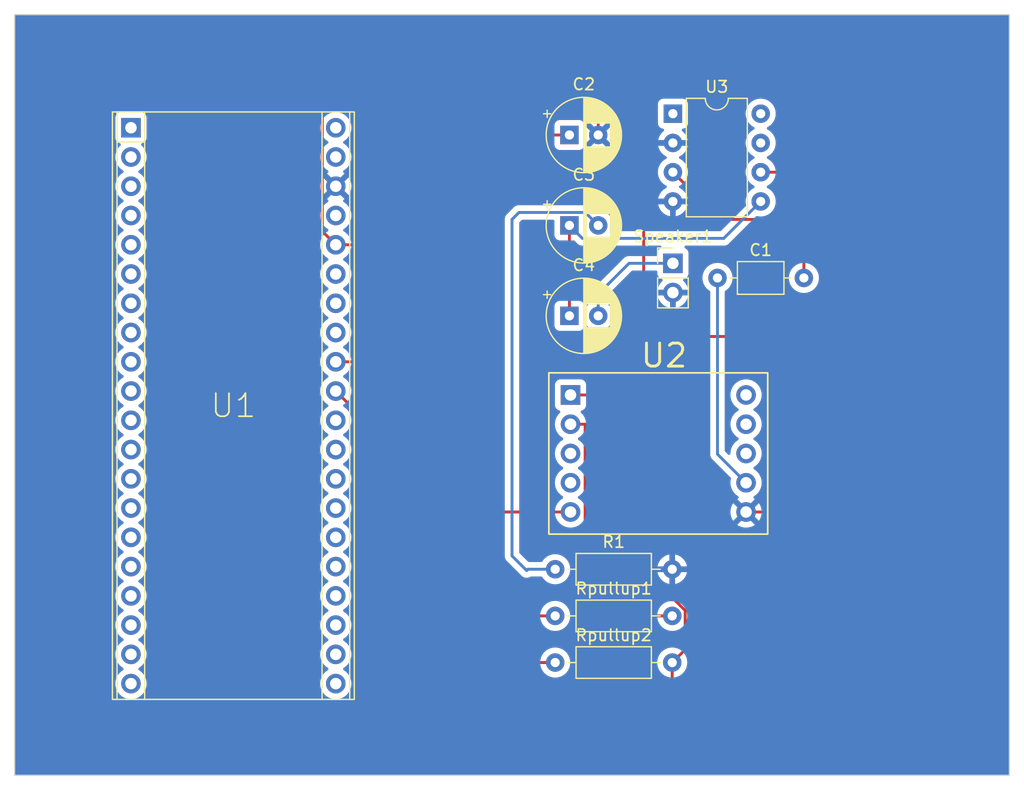
<source format=kicad_pcb>
(kicad_pcb (version 20221018) (generator pcbnew)
  (title_block (title "ECE 299 - Lab 4") (date "2023-06-21"))
  (layers (0 "F.Cu" signal) (31 "B.Cu" signal) (34 "B.Paste" user) (35 "F.Paste" user) (36 "B.SilkS" user "B.Silkscreen") (37 "F.SilkS" user "F.Silkscreen") (38 "B.Mask" user) (39 "F.Mask" user) (44 "Edge.Cuts" user))
  (net 0 "")
  (net 1 "Net-(U2-ROUT)")
  (net 2 "Net-(U3-+)")
  (net 3 "+3.3V")
  (net 4 "GND")
  (net 5 "Net-(C3-Pad1)")
  (net 6 "Net-(C3-Pad2)")
  (net 7 "Net-(C4-Pad2)")
  (net 8 "Net-(U1-GP27{slash}ADC1)")
  (net 9 "Net-(U1-GP26{slash}ADC0)")
  (footprint "Capacitor_THT:CP_Radial_D6.3mm_P2.50mm" (layer "F.Cu") (at 165.005241 94.27)
    (fp_text reference "C2" (at 1.25 -4.4) (layer "F.SilkS"))
    (fp_text value "10uF")
    (pad "1" thru_hole rect (at 0 0) (size 1.6 1.6) (drill 0.8) (layers "*.Cu" "*.Mask") (net 3 "+3.3V"))
    (pad "2" thru_hole circle (at 2.5 0) (size 1.6 1.6) (drill 0.8) (layers "*.Cu" "*.Mask") (net 4 "GND"))
  )
  (footprint "Resistor_THT:R_Axial_DIN0207_L6.3mm_D2.5mm_P10.16mm_Horizontal" (layer "F.Cu") (at 163.77 140.07)
    (fp_text reference "Rpullup2" (at 5.08 -2.37) (layer "F.SilkS"))
    (fp_text value "2k")
    (pad "1" thru_hole circle (at 0 0) (size 1.6 1.6) (drill 0.8) (layers "*.Cu" "*.Mask") (net 3 "+3.3V"))
    (pad "2" thru_hole oval (at 10.16 0) (size 1.6 1.6) (drill 0.8) (layers "*.Cu" "*.Mask") (net 9 "Net-(U1-GP26{slash}ADC0)"))
  )
  (footprint "Resistor_THT:R_Axial_DIN0207_L6.3mm_D2.5mm_P10.16mm_Horizontal" (layer "F.Cu") (at 163.77 136.02)
    (fp_text reference "Rpullup1" (at 5.08 -2.37) (layer "F.SilkS"))
    (fp_text value "2k")
    (pad "1" thru_hole circle (at 0 0) (size 1.6 1.6) (drill 0.8) (layers "*.Cu" "*.Mask") (net 3 "+3.3V"))
    (pad "2" thru_hole oval (at 10.16 0) (size 1.6 1.6) (drill 0.8) (layers "*.Cu" "*.Mask") (net 8 "Net-(U1-GP27{slash}ADC1)"))
  )
  (footprint "Capacitor_THT:CP_Radial_D6.3mm_P2.50mm" (layer "F.Cu") (at 165.005241 102.12)
    (fp_text reference "C3" (at 1.25 -4.4) (layer "F.SilkS"))
    (fp_text value "10uF")
    (pad "1" thru_hole rect (at 0 0) (size 1.6 1.6) (drill 0.8) (layers "*.Cu" "*.Mask") (net 5 "Net-(C3-Pad1)"))
    (pad "2" thru_hole circle (at 2.5 0) (size 1.6 1.6) (drill 0.8) (layers "*.Cu" "*.Mask") (net 6 "Net-(C3-Pad2)"))
  )
  (footprint "ECE:RDA5807M_Module_TH" (layer "F.Cu") (at 172.72 121.92)
    (fp_text reference "U2" (at 0.5 -8.5 unlocked) (layer "F.SilkS") (effects (font (size 2 2) (thickness 0.25))))
    (fp_text value "RDA5807M_Module")
    (pad "1" thru_hole rect (at -7.62 -5.08 180) (size 1.7 1.7) (drill 1) (layers "*.Cu" "*.Mask") (net 9 "Net-(U1-GP26{slash}ADC0)"))
    (pad "2" thru_hole circle (at -7.62 -2.54 180) (size 1.7 1.7) (drill 1) (layers "*.Cu" "*.Mask") (net 8 "Net-(U1-GP27{slash}ADC1)"))
    (pad "3" thru_hole circle (at -7.62 0 180) (size 1.7 1.7) (drill 1) (layers "*.Cu" "*.Mask"))
    (pad "4" thru_hole circle (at -7.62 2.54 180) (size 1.7 1.7) (drill 1) (layers "*.Cu" "*.Mask"))
    (pad "5" thru_hole circle (at -7.62 5.08 180) (size 1.7 1.7) (drill 1) (layers "*.Cu" "*.Mask") (net 3 "+3.3V"))
    (pad "6" thru_hole circle (at 7.62 5.08 180) (size 1.7 1.7) (drill 1) (layers "*.Cu" "*.Mask") (net 4 "GND"))
    (pad "7" thru_hole circle (at 7.62 2.54 180) (size 1.7 1.7) (drill 1) (layers "*.Cu" "*.Mask") (net 1 "Net-(U2-ROUT)"))
    (pad "8" thru_hole circle (at 7.62 0 180) (size 1.7 1.7) (drill 1) (layers "*.Cu" "*.Mask"))
    (pad "9" thru_hole circle (at 7.62 -2.54 180) (size 1.7 1.7) (drill 1) (layers "*.Cu" "*.Mask"))
    (pad "10" thru_hole circle (at 7.62 -5.08 180) (size 1.7 1.7) (drill 1) (layers "*.Cu" "*.Mask"))
  )
  (footprint "Package_DIP:DIP-8_W7.62mm" (layer "F.Cu") (at 173.99 92.42)
    (fp_text reference "U3" (at 3.81 -2.33) (layer "F.SilkS"))
    (fp_text value "LM386")
    (pad "1" thru_hole rect (at 0 0) (size 1.6 1.6) (drill 0.8) (layers "*.Cu" "*.Mask"))
    (pad "2" thru_hole oval (at 0 2.54) (size 1.6 1.6) (drill 0.8) (layers "*.Cu" "*.Mask") (net 4 "GND"))
    (pad "3" thru_hole oval (at 0 5.08) (size 1.6 1.6) (drill 0.8) (layers "*.Cu" "*.Mask") (net 2 "Net-(U3-+)"))
    (pad "4" thru_hole oval (at 0 7.62) (size 1.6 1.6) (drill 0.8) (layers "*.Cu" "*.Mask") (net 4 "GND"))
    (pad "5" thru_hole oval (at 7.62 7.62) (size 1.6 1.6) (drill 0.8) (layers "*.Cu" "*.Mask") (net 5 "Net-(C3-Pad1)"))
    (pad "6" thru_hole oval (at 7.62 5.08) (size 1.6 1.6) (drill 0.8) (layers "*.Cu" "*.Mask") (net 3 "+3.3V"))
    (pad "7" thru_hole oval (at 7.62 2.54) (size 1.6 1.6) (drill 0.8) (layers "*.Cu" "*.Mask"))
    (pad "8" thru_hole oval (at 7.62 0) (size 1.6 1.6) (drill 0.8) (layers "*.Cu" "*.Mask"))
  )
  (footprint "ECE:RPi_Pico_TH" (layer "F.Cu") (at 135.83 117.77)
    (fp_text reference "U1" (at 0 0 unlocked) (layer "F.SilkS") (effects (font (size 2 2))))
    (fp_text value "RPi_Pico_TH")
    (pad "1" thru_hole rect (at -8.89 -24.13) (size 1.7 1.7) (drill 1) (layers "*.Cu" "*.Mask"))
    (pad "2" thru_hole circle (at -8.89 -21.59) (size 1.7 1.7) (drill 1) (layers "*.Cu" "*.Mask"))
    (pad "3" thru_hole circle (at -8.89 -19.05) (size 1.7 1.7) (drill 1) (layers "*.Cu" "*.Mask"))
    (pad "4" thru_hole circle (at -8.89 -16.51) (size 1.7 1.7) (drill 1) (layers "*.Cu" "*.Mask"))
    (pad "5" thru_hole circle (at -8.89 -13.97) (size 1.7 1.7) (drill 1) (layers "*.Cu" "*.Mask"))
    (pad "6" thru_hole circle (at -8.89 -11.43) (size 1.7 1.7) (drill 1) (layers "*.Cu" "*.Mask"))
    (pad "7" thru_hole circle (at -8.89 -8.89) (size 1.7 1.7) (drill 1) (layers "*.Cu" "*.Mask"))
    (pad "8" thru_hole circle (at -8.89 -6.35) (size 1.7 1.7) (drill 1) (layers "*.Cu" "*.Mask"))
    (pad "9" thru_hole circle (at -8.89 -3.81) (size 1.7 1.7) (drill 1) (layers "*.Cu" "*.Mask"))
    (pad "10" thru_hole circle (at -8.89 -1.27) (size 1.7 1.7) (drill 1) (layers "*.Cu" "*.Mask"))
    (pad "11" thru_hole circle (at -8.89 1.27) (size 1.7 1.7) (drill 1) (layers "*.Cu" "*.Mask"))
    (pad "12" thru_hole circle (at -8.89 3.81) (size 1.7 1.7) (drill 1) (layers "*.Cu" "*.Mask"))
    (pad "13" thru_hole circle (at -8.89 6.35) (size 1.7 1.7) (drill 1) (layers "*.Cu" "*.Mask"))
    (pad "14" thru_hole circle (at -8.89 8.89) (size 1.7 1.7) (drill 1) (layers "*.Cu" "*.Mask"))
    (pad "15" thru_hole circle (at -8.89 11.43) (size 1.7 1.7) (drill 1) (layers "*.Cu" "*.Mask"))
    (pad "16" thru_hole circle (at -8.89 13.97) (size 1.7 1.7) (drill 1) (layers "*.Cu" "*.Mask"))
    (pad "17" thru_hole circle (at -8.89 16.51) (size 1.7 1.7) (drill 1) (layers "*.Cu" "*.Mask"))
    (pad "18" thru_hole circle (at -8.89 19.05) (size 1.7 1.7) (drill 1) (layers "*.Cu" "*.Mask"))
    (pad "19" thru_hole circle (at -8.89 21.59) (size 1.7 1.7) (drill 1) (layers "*.Cu" "*.Mask"))
    (pad "20" thru_hole circle (at -8.89 24.13) (size 1.7 1.7) (drill 1) (layers "*.Cu" "*.Mask"))
    (pad "21" thru_hole circle (at 8.89 24.13) (size 1.7 1.7) (drill 1) (layers "*.Cu" "*.Mask"))
    (pad "22" thru_hole circle (at 8.89 21.59) (size 1.7 1.7) (drill 1) (layers "*.Cu" "*.Mask"))
    (pad "23" thru_hole circle (at 8.89 19.05) (size 1.7 1.7) (drill 1) (layers "*.Cu" "*.Mask"))
    (pad "24" thru_hole circle (at 8.89 16.51) (size 1.7 1.7) (drill 1) (layers "*.Cu" "*.Mask"))
    (pad "25" thru_hole circle (at 8.89 13.97) (size 1.7 1.7) (drill 1) (layers "*.Cu" "*.Mask"))
    (pad "26" thru_hole circle (at 8.89 11.43) (size 1.7 1.7) (drill 1) (layers "*.Cu" "*.Mask"))
    (pad "27" thru_hole circle (at 8.89 8.89) (size 1.7 1.7) (drill 1) (layers "*.Cu" "*.Mask"))
    (pad "28" thru_hole circle (at 8.89 6.35) (size 1.7 1.7) (drill 1) (layers "*.Cu" "*.Mask"))
    (pad "29" thru_hole circle (at 8.89 3.81) (size 1.7 1.7) (drill 1) (layers "*.Cu" "*.Mask"))
    (pad "30" thru_hole circle (at 8.89 1.27) (size 1.7 1.7) (drill 1) (layers "*.Cu" "*.Mask"))
    (pad "31" thru_hole circle (at 8.89 -1.27) (size 1.7 1.7) (drill 1) (layers "*.Cu" "*.Mask") (net 9 "Net-(U1-GP26{slash}ADC0)"))
    (pad "32" thru_hole circle (at 8.89 -3.81) (size 1.7 1.7) (drill 1) (layers "*.Cu" "*.Mask") (net 8 "Net-(U1-GP27{slash}ADC1)"))
    (pad "33" thru_hole circle (at 8.89 -6.35) (size 1.7 1.7) (drill 1) (layers "*.Cu" "*.Mask"))
    (pad "34" thru_hole circle (at 8.89 -8.89) (size 1.7 1.7) (drill 1) (layers "*.Cu" "*.Mask"))
    (pad "35" thru_hole circle (at 8.89 -11.43) (size 1.7 1.7) (drill 1) (layers "*.Cu" "*.Mask"))
    (pad "36" thru_hole circle (at 8.89 -13.97) (size 1.7 1.7) (drill 1) (layers "*.Cu" "*.Mask") (net 3 "+3.3V"))
    (pad "37" thru_hole circle (at 8.89 -16.51) (size 1.7 1.7) (drill 1) (layers "*.Cu" "*.Mask"))
    (pad "38" thru_hole circle (at 8.89 -19.05) (size 1.7 1.7) (drill 1) (layers "*.Cu" "*.Mask") (net 4 "GND"))
    (pad "39" thru_hole circle (at 8.89 -21.59) (size 1.7 1.7) (drill 1) (layers "*.Cu" "*.Mask"))
    (pad "40" thru_hole circle (at 8.89 -24.13) (size 1.7 1.7) (drill 1) (layers "*.Cu" "*.Mask"))
  )
  (footprint "Capacitor_THT:C_Axial_L3.8mm_D2.6mm_P7.50mm_Horizontal" (layer "F.Cu") (at 177.86 106.68)
    (fp_text reference "C1" (at 3.75 -2.42) (layer "F.SilkS"))
    (fp_text value "10nF")
    (pad "1" thru_hole circle (at 0 0) (size 1.6 1.6) (drill 0.8) (layers "*.Cu" "*.Mask") (net 1 "Net-(U2-ROUT)"))
    (pad "2" thru_hole oval (at 7.5 0) (size 1.6 1.6) (drill 0.8) (layers "*.Cu" "*.Mask") (net 2 "Net-(U3-+)"))
  )
  (footprint "Connector_PinHeader_2.54mm:PinHeader_1x02_P2.54mm_Vertical" (layer "F.Cu") (at 173.99 105.41)
    (fp_text reference "Speaker1" (at 0 -2.33) (layer "F.SilkS"))
    (fp_text value "8")
    (pad "1" thru_hole rect (at 0 0) (size 1.7 1.7) (drill 1) (layers "*.Cu" "*.Mask") (net 7 "Net-(C4-Pad2)"))
    (pad "2" thru_hole oval (at 0 2.54) (size 1.7 1.7) (drill 1) (layers "*.Cu" "*.Mask") (net 4 "GND"))
  )
  (footprint "Resistor_THT:R_Axial_DIN0207_L6.3mm_D2.5mm_P10.16mm_Horizontal" (layer "F.Cu") (at 163.77 131.97)
    (fp_text reference "R1" (at 5.08 -2.37) (layer "F.SilkS"))
    (fp_text value "10")
    (pad "1" thru_hole circle (at 0 0) (size 1.6 1.6) (drill 0.8) (layers "*.Cu" "*.Mask") (net 6 "Net-(C3-Pad2)"))
    (pad "2" thru_hole oval (at 10.16 0) (size 1.6 1.6) (drill 0.8) (layers "*.Cu" "*.Mask") (net 4 "GND"))
  )
  (footprint "Capacitor_THT:CP_Radial_D6.3mm_P2.50mm" (layer "F.Cu") (at 165.005241 109.97)
    (fp_text reference "C4" (at 1.25 -4.4) (layer "F.SilkS"))
    (fp_text value "470uF")
    (pad "1" thru_hole rect (at 0 0) (size 1.6 1.6) (drill 0.8) (layers "*.Cu" "*.Mask") (net 5 "Net-(C3-Pad1)"))
    (pad "2" thru_hole circle (at 2.5 0) (size 1.6 1.6) (drill 0.8) (layers "*.Cu" "*.Mask") (net 7 "Net-(C4-Pad2)"))
  )
  (gr_rect (start 116.84 83.82) (end 203.2 149.86) (stroke (width 0.1)) (fill none) (layer "Edge.Cuts"))
  (segment (start 177.86 106.68) (end 177.86 121.98) (width 0.25) (layer "B.Cu") (net 1))
  (segment (start 177.86 121.98) (end 180.34 124.46) (width 0.25) (layer "B.Cu") (net 1))
  (segment (start 173.99 97.5) (end 178.09 101.6) (width 0.25) (layer "F.Cu") (net 2))
  (segment (start 185.42 101.6) (end 185.36 101.66) (width 0.25) (layer "F.Cu") (net 2))
  (segment (start 185.36 101.66) (end 185.36 106.68) (width 0.25) (layer "F.Cu") (net 2))
  (segment (start 178.09 101.6) (end 185.42 101.6) (width 0.25) (layer "F.Cu") (net 2))
  (segment (start 154.94 93.98) (end 155.23 94.27) (width 0.25) (layer "F.Cu") (net 3))
  (segment (start 144.72 103.8) (end 152.74 103.8) (width 0.25) (layer "F.Cu") (net 3))
  (segment (start 144.72 103.8) (end 143.545 102.625) (width 0.25) (layer "F.Cu") (net 3))
  (segment (start 143.545 92.675) (end 148.59 87.63) (width 0.25) (layer "F.Cu") (net 3))
  (segment (start 181.61 87.63) (end 184.15 90.17) (width 0.25) (layer "F.Cu") (net 3))
  (segment (start 155.23 94.27) (end 165.005241 94.27) (width 0.25) (layer "F.Cu") (net 3))
  (segment (start 154.94 101.6) (end 154.94 93.98) (width 0.25) (layer "F.Cu") (net 3))
  (segment (start 154.94 134.62) (end 154.94 139.7) (width 0.25) (layer "F.Cu") (net 3))
  (segment (start 143.545 102.625) (end 143.545 92.675) (width 0.25) (layer "F.Cu") (net 3))
  (segment (start 156.34 136.02) (end 163.77 136.02) (width 0.25) (layer "F.Cu") (net 3))
  (segment (start 183.86 97.5) (end 181.61 97.5) (width 0.25) (layer "F.Cu") (net 3))
  (segment (start 154.94 127) (end 154.94 134.62) (width 0.25) (layer "F.Cu") (net 3))
  (segment (start 184.15 97.79) (end 183.86 97.5) (width 0.25) (layer "F.Cu") (net 3))
  (segment (start 154.94 139.7) (end 156.21 140.97) (width 0.25) (layer "F.Cu") (net 3))
  (segment (start 148.59 87.63) (end 181.61 87.63) (width 0.25) (layer "F.Cu") (net 3))
  (segment (start 152.74 103.8) (end 154.94 106) (width 0.25) (layer "F.Cu") (net 3))
  (segment (start 157.11 140.07) (end 163.77 140.07) (width 0.25) (layer "F.Cu") (net 3))
  (segment (start 154.94 127) (end 165.1 127) (width 0.25) (layer "F.Cu") (net 3))
  (segment (start 184.15 90.17) (end 184.15 97.79) (width 0.25) (layer "F.Cu") (net 3))
  (segment (start 152.74 103.8) (end 154.94 101.6) (width 0.25) (layer "F.Cu") (net 3))
  (segment (start 154.94 106) (end 154.94 127) (width 0.25) (layer "F.Cu") (net 3))
  (segment (start 154.94 134.62) (end 156.34 136.02) (width 0.25) (layer "F.Cu") (net 3))
  (segment (start 156.21 140.97) (end 157.11 140.07) (width 0.25) (layer "F.Cu") (net 3))
  (segment (start 144.72 98.72) (end 154.54 88.9) (width 0.25) (layer "F.Cu") (net 4))
  (segment (start 185.31 131.97) (end 173.93 131.97) (width 0.25) (layer "F.Cu") (net 4))
  (segment (start 171.74 100.04) (end 173.99 100.04) (width 0.25) (layer "F.Cu") (net 4))
  (segment (start 154.54 88.9) (end 167.64 88.9) (width 0.25) (layer "F.Cu") (net 4))
  (segment (start 171.45 107.95) (end 171.45 111.76) (width 0.25) (layer "F.Cu") (net 4))
  (segment (start 171.45 95.25) (end 171.45 100.33) (width 0.25) (layer "F.Cu") (net 4))
  (segment (start 171.45 95.25) (end 171.74 94.96) (width 0.25) (layer "F.Cu") (net 4))
  (segment (start 185.42 127) (end 180.34 127) (width 0.25) (layer "F.Cu") (net 4))
  (segment (start 167.64 88.9) (end 167.505241 89.034759) (width 0.25) (layer "F.Cu") (net 4))
  (segment (start 185.42 132.08) (end 185.31 131.97) (width 0.25) (layer "F.Cu") (net 4))
  (segment (start 171.74 94.96) (end 173.99 94.96) (width 0.25) (layer "F.Cu") (net 4))
  (segment (start 167.505241 89.034759) (end 167.505241 94.27) (width 0.25) (layer "F.Cu") (net 4))
  (segment (start 171.45 107.95) (end 173.99 107.95) (width 0.25) (layer "F.Cu") (net 4))
  (segment (start 171.45 88.9) (end 171.45 95.25) (width 0.25) (layer "F.Cu") (net 4))
  (segment (start 185.42 113.03) (end 185.42 127) (width 0.25) (layer "F.Cu") (net 4))
  (segment (start 171.45 111.76) (end 184.15 111.76) (width 0.25) (layer "F.Cu") (net 4))
  (segment (start 167.64 88.9) (end 171.45 88.9) (width 0.25) (layer "F.Cu") (net 4))
  (segment (start 171.45 100.33) (end 171.74 100.04) (width 0.25) (layer "F.Cu") (net 4))
  (segment (start 184.15 111.76) (end 185.42 113.03) (width 0.25) (layer "F.Cu") (net 4))
  (segment (start 185.42 127) (end 185.42 132.08) (width 0.25) (layer "F.Cu") (net 4))
  (segment (start 171.45 100.33) (end 171.45 107.95) (width 0.25) (layer "F.Cu") (net 4))
  (segment (start 165.005241 102.12) (end 165.005241 109.97) (width 0.25) (layer "F.Cu") (net 5))
  (segment (start 178.405 103.245) (end 166.130241 103.245) (width 0.25) (layer "B.Cu") (net 5))
  (segment (start 166.130241 103.245) (end 165.005241 102.12) (width 0.25) (layer "B.Cu") (net 5))
  (segment (start 181.61 100.04) (end 178.405 103.245) (width 0.25) (layer "B.Cu") (net 5))
  (segment (start 160.02 130.81) (end 161.29 132.08) (width 0.25) (layer "B.Cu") (net 6))
  (segment (start 161.29 132.08) (end 161.4 131.97) (width 0.25) (layer "B.Cu") (net 6))
  (segment (start 161.4 131.97) (end 163.77 131.97) (width 0.25) (layer "B.Cu") (net 6))
  (segment (start 160.02 101.6) (end 160.02 130.81) (width 0.25) (layer "B.Cu") (net 6))
  (segment (start 166.380241 100.995) (end 160.625 100.995) (width 0.25) (layer "B.Cu") (net 6))
  (segment (start 160.625 100.995) (end 160.02 101.6) (width 0.25) (layer "B.Cu") (net 6))
  (segment (start 167.505241 102.12) (end 166.380241 100.995) (width 0.25) (layer "B.Cu") (net 6))
  (segment (start 170.18 105.41) (end 173.99 105.41) (width 0.25) (layer "B.Cu") (net 7))
  (segment (start 167.505241 109.97) (end 167.505241 108.084759) (width 0.25) (layer "B.Cu") (net 7))
  (segment (start 167.505241 108.084759) (end 170.18 105.41) (width 0.25) (layer "B.Cu") (net 7))
  (segment (start 168.91 143.51) (end 168.91 137.16) (width 0.25) (layer "F.Cu") (net 8))
  (segment (start 166.37 133.35) (end 166.37 119.38) (width 0.25) (layer "F.Cu") (net 8))
  (segment (start 144.72 113.96) (end 152.06 113.96) (width 0.25) (layer "F.Cu") (net 8))
  (segment (start 168.91 135.89) (end 166.37 133.35) (width 0.25) (layer "F.Cu") (net 8))
  (segment (start 170.31 136.02) (end 173.93 136.02) (width 0.25) (layer "F.Cu") (net 8))
  (segment (start 170.18 135.89) (end 170.31 136.02) (width 0.25) (layer "F.Cu") (net 8))
  (segment (start 152.4 114.3) (end 152.4 143.51) (width 0.25) (layer "F.Cu") (net 8))
  (segment (start 170.18 135.89) (end 168.91 135.89) (width 0.25) (layer "F.Cu") (net 8))
  (segment (start 168.91 137.16) (end 170.18 135.89) (width 0.25) (layer "F.Cu") (net 8))
  (segment (start 152.06 113.96) (end 152.4 114.3) (width 0.25) (layer "F.Cu") (net 8))
  (segment (start 152.4 143.51) (end 168.91 143.51) (width 0.25) (layer "F.Cu") (net 8))
  (segment (start 166.37 119.38) (end 165.1 119.38) (width 0.25) (layer "F.Cu") (net 8))
  (segment (start 149.86 121.64) (end 149.86 144.78) (width 0.25) (layer "F.Cu") (net 9))
  (segment (start 175.055 135.554009) (end 174.120991 134.62) (width 0.25) (layer "F.Cu") (net 9))
  (segment (start 175.055 138.945) (end 175.055 135.554009) (width 0.25) (layer "F.Cu") (net 9))
  (segment (start 144.72 116.5) (end 149.86 121.64) (width 0.25) (layer "F.Cu") (net 9))
  (segment (start 173.93 144.72) (end 173.93 140.07) (width 0.25) (layer "F.Cu") (net 9))
  (segment (start 168.91 134.62) (end 167.64 133.35) (width 0.25) (layer "F.Cu") (net 9))
  (segment (start 149.86 144.78) (end 173.99 144.78) (width 0.25) (layer "F.Cu") (net 9))
  (segment (start 173.93 140.07) (end 175.055 138.945) (width 0.25) (layer "F.Cu") (net 9))
  (segment (start 167.64 116.84) (end 165.1 116.84) (width 0.25) (layer "F.Cu") (net 9))
  (segment (start 167.64 133.35) (end 167.64 116.84) (width 0.25) (layer "F.Cu") (net 9))
  (segment (start 173.99 144.78) (end 173.93 144.72) (width 0.25) (layer "F.Cu") (net 9))
  (segment (start 174.120991 134.62) (end 168.91 134.62) (width 0.25) (layer "F.Cu") (net 9))
  (zone (net 4) (net_name "GND") (layer "B.Cu") (connect_pads (clearance 0.5)) (min_thickness 0.25) (fill yes (thermal_gap 0.5) (thermal_bridge_width 0.5))
    (polygon (pts (xy 204.47 82.55) (xy 115.57 82.55) (xy 115.57 151.13) (xy 204.47 151.13)))
  )
)
</source>
